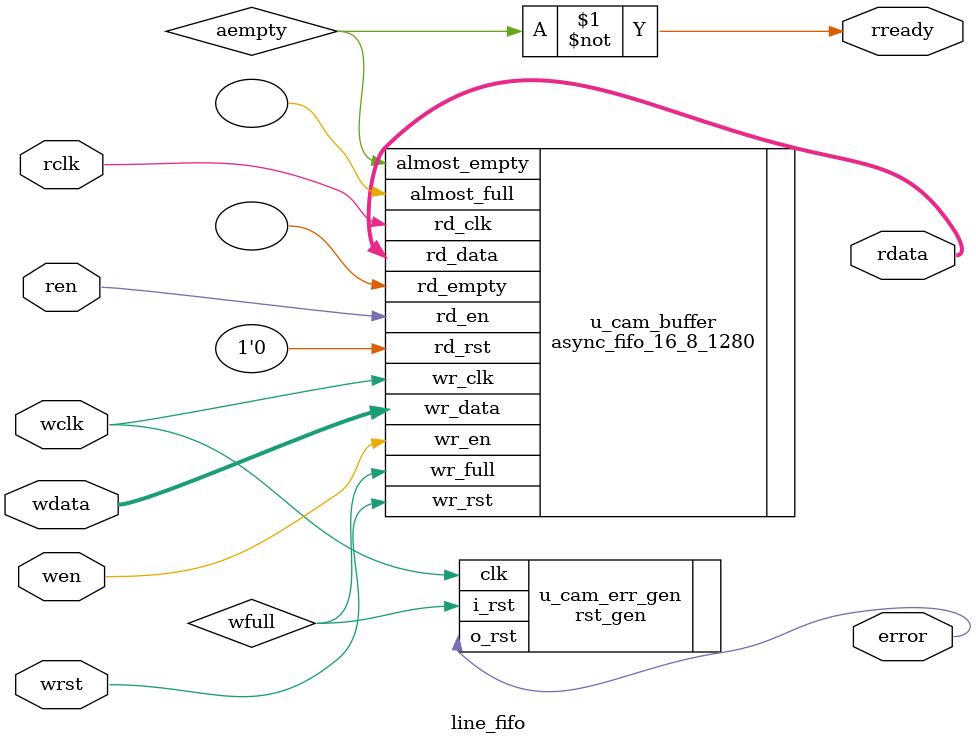
<source format=sv>
module line_fifo (
    input         wclk  ,
    input         wrst  ,
    input         wen   ,
    input  [15:0] wdata   /*synthesis PAP_MARK_DEBUG="true"*/,

    input         rclk  ,
    input         ren   ,
    output [ 7:0] rdata   /*synthesis PAP_MARK_DEBUG="true"*/,
    output        rready,

    output        error
);

    wire wfull, aempty;
    async_fifo_16_8_1280 u_cam_buffer (
        // Write
        .wr_clk      (wclk      ),
        .wr_rst      (wrst      ),
        .wr_en       (wen       ),
        .wr_data     (wdata     ),
        .wr_full     (wfull     ),
        .almost_full (/*unused*/),
        // Read
        .rd_clk      (rclk      ),
        .rd_rst      (1'b0      ),
        .rd_en       (ren       ),
        .rd_data     (rdata     ),
        .rd_empty    (/*unused*/),
        .almost_empty(aempty    )
    );

    rst_gen #(.TICK(37_500_000)) u_cam_err_gen (
        .clk  (wclk ),
        .i_rst(wfull),
        .o_rst(error)
    );

    assign rready = ~aempty;

endmodule : line_fifo

</source>
